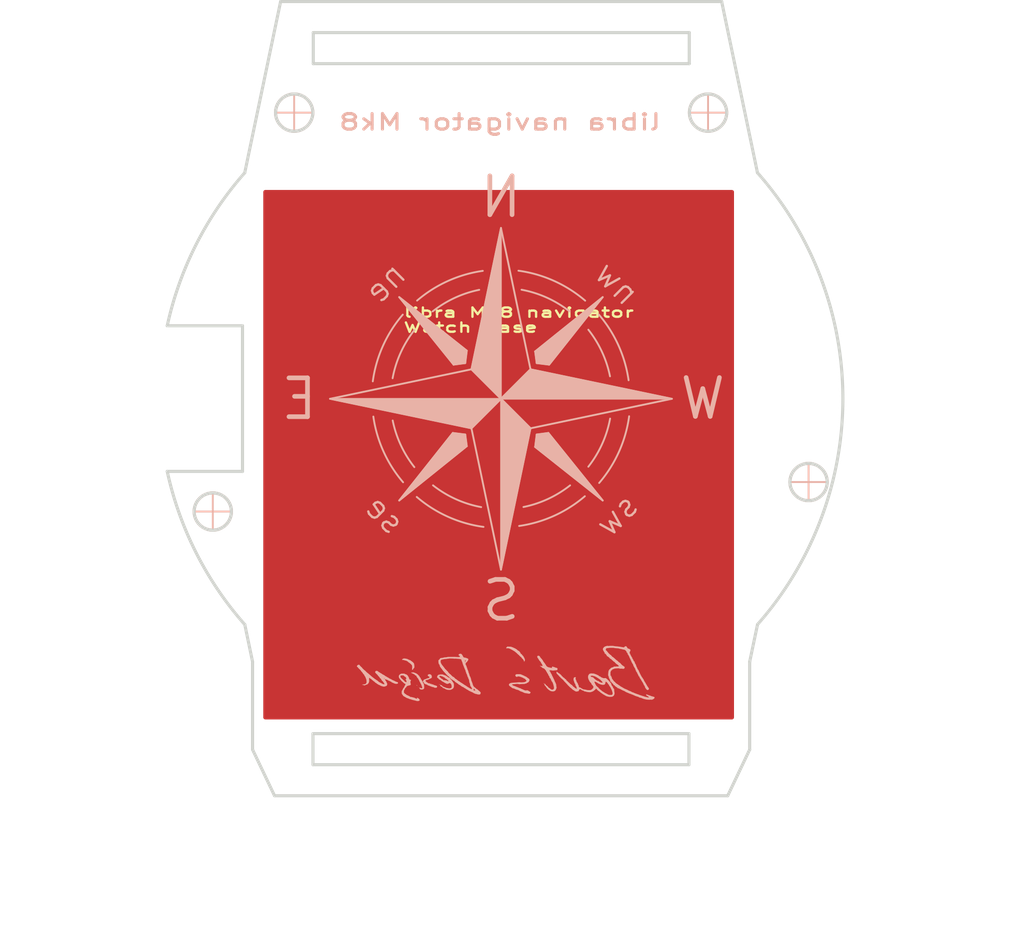
<source format=kicad_pcb>
(kicad_pcb (version 20211014) (generator pcbnew)
  (layers (0 "F.Cu" jumper) (31 "B.Cu" signal) (34 "B.Paste" user) (35 "F.Paste" user) (36 "B.SilkS" user "B.Silkscreen") (37 "F.SilkS" user "F.Silkscreen") (38 "B.Mask" user) (39 "F.Mask" user) (44 "Edge.Cuts" user))
  (net 0 "")
  (footprint "BartLib_Logo:BD_full 20x5.2" (layer "B.Cu") (at 144.39 112.34 180)
    (fp_text reference "G***" hide)
    (fp_text value "LOGO" hide)
  )
  (gr_line (start 142.261752 96.15) (end 133.161752 94.25) (layer "B.SilkS") (width 0.12))
  (gr_line (start 146.061752 96.15) (end 144.161752 105.25) (layer "B.SilkS") (width 0.12))
  (gr_line (start 146.361752 91.2) (end 150.711752 87.7) (layer "B.SilkS") (width 0.12))
  (gr_arc (start 137.861752 99.625) (mid 136.602428 97.646494) (end 135.947014 95.394648) (layer "B.SilkS") (width 0.12))
  (gr_line (start 146.361752 97.35) (end 146.461752 96.55) (layer "B.SilkS") (width 0.12))
  (gr_line (start 150.711752 100.8) (end 146.361752 97.35) (layer "B.SilkS") (width 0.12))
  (gr_arc (start 152.411752 95.375) (mid 151.756827 97.662176) (end 150.481825 99.670774) (layer "B.SilkS") (width 0.12))
  (gr_line (start 162.761752 99.61) (end 165.161752 99.61) (layer "B.SilkS") (width 0.12))
  (gr_arc (start 150.461752 88.825) (mid 151.721076 90.803506) (end 152.37649 93.055352) (layer "B.SilkS") (width 0.12))
  (gr_circle (center 125.611752 101.51) (end 124.411752 101.51) (layer "B.SilkS") (width 0.2) (fill none))
  (gr_arc (start 138.761752 87.925) (mid 140.740258 86.665676) (end 142.992104 86.010262) (layer "B.SilkS") (width 0.12))
  (gr_arc (start 143.036752 102.5) (mid 140.749576 101.845075) (end 138.740978 100.570073) (layer "B.SilkS") (width 0.12))
  (gr_arc (start 149.786752 89.8) (mid 150.660004 91.218734) (end 151.180577 92.801257) (layer "B.SilkS") (width 0.12))
  (gr_arc (start 138.586752 98.65) (mid 137.7135 97.231266) (end 137.192927 95.648743) (layer "B.SilkS") (width 0.12))
  (gr_line (start 150.711752 87.7) (end 147.261752 92.05) (layer "B.SilkS") (width 0.12))
  (gr_arc (start 135.911752 93.125) (mid 136.566677 90.837824) (end 137.841679 88.829226) (layer "B.SilkS") (width 0.12))
  (gr_circle (center 157.491752 75.82) (end 156.291752 75.82) (layer "B.SilkS") (width 0.2) (fill none))
  (gr_line (start 142.261752 96.15) (end 144.161752 94.25) (layer "B.SilkS") (width 0.12))
  (gr_line (start 157.491752 74.62) (end 157.491752 77.02) (layer "B.SilkS") (width 0.12))
  (gr_line (start 144.161752 83.25) (end 146.061752 92.35) (layer "B.SilkS") (width 0.12))
  (gr_poly (pts (xy 141.961752 97.3) (xy 141.861752 96.55) (xy 141.061752 96.45) (xy 137.611752 100.8)) (layer "B.SilkS") (width 0.1) (fill solid))
  (gr_arc (start 148.611752 99.825) (mid 147.193018 100.698252) (end 145.610495 101.218825) (layer "B.SilkS") (width 0.12))
  (gr_arc (start 145.486752 87.225) (mid 147.121024 87.738086) (end 148.585451 88.626656) (layer "B.SilkS") (width 0.12))
  (gr_line (start 163.961752 98.41) (end 163.961752 100.81) (layer "B.SilkS") (width 0.12))
  (gr_arc (start 139.761752 88.625) (mid 141.180486 87.751748) (end 142.763009 87.231175) (layer "B.SilkS") (width 0.12))
  (gr_arc (start 142.886752 101.225) (mid 141.25248 100.711914) (end 139.788053 99.823344) (layer "B.SilkS") (width 0.12))
  (gr_line (start 141.111752 92.05) (end 141.861752 91.95) (layer "B.SilkS") (width 0.12))
  (gr_line (start 137.611752 87.7) (end 141.961752 91.15) (layer "B.SilkS") (width 0.12))
  (gr_line (start 124.411752 101.51) (end 126.811752 101.51) (layer "B.SilkS") (width 0.12))
  (gr_line (start 129.651752 75.82) (end 132.051752 75.82) (layer "B.SilkS") (width 0.12))
  (gr_line (start 147.211752 96.45) (end 150.711752 100.8) (layer "B.SilkS") (width 0.12))
  (gr_line (start 141.961752 97.3) (end 137.611752 100.8) (layer "B.SilkS") (width 0.12))
  (gr_line (start 133.161752 94.25) (end 142.261752 92.35) (layer "B.SilkS") (width 0.12))
  (gr_line (start 146.061752 96.15) (end 144.161752 94.25) (layer "B.SilkS") (width 0.12))
  (gr_circle (center 130.851752 75.82) (end 129.651752 75.82) (layer "B.SilkS") (width 0.2) (fill none))
  (gr_line (start 141.961752 97.3) (end 141.861752 96.55) (layer "B.SilkS") (width 0.12))
  (gr_line (start 141.961752 91.15) (end 141.861752 91.95) (layer "B.SilkS") (width 0.12))
  (gr_line (start 141.061752 96.45) (end 141.861752 96.55) (layer "B.SilkS") (width 0.12))
  (gr_line (start 142.261752 92.35) (end 144.161752 83.25) (layer "B.SilkS") (width 0.12))
  (gr_line (start 141.111752 92.05) (end 137.611752 87.7) (layer "B.SilkS") (width 0.12))
  (gr_line (start 144.161752 105.25) (end 142.261752 96.15) (layer "B.SilkS") (width 0.12))
  (gr_arc (start 151.186752 95.525) (mid 150.673666 97.159272) (end 149.785096 98.623699) (layer "B.SilkS") (width 0.12))
  (gr_arc (start 149.561752 100.525) (mid 147.583246 101.784324) (end 145.3314 102.439738) (layer "B.SilkS") (width 0.12))
  (gr_line (start 142.261752 96.15) (end 144.161752 94.25) (layer "B.SilkS") (width 0.12))
  (gr_circle (center 163.961752 99.61) (end 162.761752 99.61) (layer "B.SilkS") (width 0.2) (fill none))
  (gr_line (start 146.061752 96.15) (end 144.161752 94.25) (layer "B.SilkS") (width 0.12))
  (gr_poly (pts (xy 147.211752 96.45) (xy 146.461752 96.55) (xy 146.361752 97.35) (xy 150.711752 100.8)) (layer "B.SilkS") (width 0.1) (fill solid))
  (gr_line (start 137.611752 100.8) (end 141.061752 96.45) (layer "B.SilkS") (width 0.12))
  (gr_line (start 146.061752 92.35) (end 144.161752 94.25) (layer "B.SilkS") (width 0.12))
  (gr_line (start 156.291752 75.82) (end 158.691752 75.82) (layer "B.SilkS") (width 0.12))
  (gr_line (start 147.211752 96.45) (end 146.461752 96.55) (layer "B.SilkS") (width 0.12))
  (gr_arc (start 137.186752 92.925) (mid 137.699838 91.290728) (end 138.588408 89.826301) (layer "B.SilkS") (width 0.12))
  (gr_poly (pts (xy 142.261752 96.15) (xy 144.161752 94.25) (xy 133.161752 94.25)) (layer "B.SilkS") (width 0.1) (fill solid))
  (gr_line (start 125.611752 100.31) (end 125.611752 102.71) (layer "B.SilkS") (width 0.12))
  (gr_poly (pts (xy 146.061752 92.35) (xy 144.161752 94.25) (xy 155.161752 94.25)) (layer "B.SilkS") (width 0.1) (fill solid))
  (gr_line (start 142.261752 92.35) (end 144.161752 94.25) (layer "B.SilkS") (width 0.12))
  (gr_poly (pts (xy 146.061752 96.15) (xy 144.161752 94.25) (xy 144.161752 105.25)) (layer "B.SilkS") (width 0.1) (fill solid))
  (gr_line (start 142.261752 92.35) (end 144.161752 94.25) (layer "B.SilkS") (width 0.12))
  (gr_line (start 146.061752 92.35) (end 144.161752 94.25) (layer "B.SilkS") (width 0.12))
  (gr_arc (start 145.286752 86) (mid 147.573928 86.654925) (end 149.582526 87.929927) (layer "B.SilkS") (width 0.12))
  (gr_poly (pts (xy 146.361752 91.2) (xy 146.461752 91.95) (xy 147.261752 92.05) (xy 150.711752 87.7)) (layer "B.SilkS") (width 0.1) (fill solid))
  (gr_line (start 155.161752 94.25) (end 146.061752 96.15) (layer "B.SilkS") (width 0.12))
  (gr_poly (pts (xy 141.111752 92.05) (xy 141.861752 91.95) (xy 141.961752 91.15) (xy 137.611752 87.7)) (layer "B.SilkS") (width 0.1) (fill solid))
  (gr_line (start 130.851752 74.62) (end 130.851752 77.02) (layer "B.SilkS") (width 0.12))
  (gr_poly (pts (xy 142.261752 92.35) (xy 144.161752 94.25) (xy 144.161752 83.25)) (layer "B.SilkS") (width 0.1) (fill solid))
  (gr_line (start 147.261752 92.05) (end 146.461752 91.95) (layer "B.SilkS") (width 0.12))
  (gr_line (start 146.061752 92.35) (end 155.161752 94.25) (layer "B.SilkS") (width 0.12))
  (gr_line (start 146.361752 91.2) (end 146.461752 91.95) (layer "B.SilkS") (width 0.12))
  (gr_line (start 156.281752 70.665628) (end 156.281752 72.665628) (layer "Edge.Cuts") (width 0.2))
  (gr_line (start 158.367652 68.6661) (end 160.671751 79.690001) (layer "Edge.Cuts") (width 0.2))
  (gr_line (start 156.261752 117.814372) (end 156.261752 115.814372) (layer "Edge.Cuts") (width 0.2))
  (gr_line (start 128.171752 116.84) (end 128.171752 111.18) (layer "Edge.Cuts") (width 0.2))
  (gr_arc (start 122.68 89.545916) (mid 124.545859 84.301641) (end 127.668486 79.693707) (layer "Edge.Cuts") (width 0.2))
  (gr_line (start 127.524958 98.925916) (end 122.68 98.925916) (layer "Edge.Cuts") (width 0.2))
  (gr_line (start 122.68 89.545916) (end 127.524958 89.545916) (layer "Edge.Cuts") (width 0.2))
  (gr_circle (center 125.611752 101.51) (end 126.811752 101.51) (layer "Edge.Cuts") (width 0.2) (fill none))
  (gr_line (start 132.081752 70.665628) (end 132.081752 72.665628) (layer "Edge.Cuts") (width 0.2))
  (gr_line (start 129.586912 119.81408) (end 158.756272 119.81408) (layer "Edge.Cuts") (width 0.2))
  (gr_circle (center 157.491752 75.82) (end 158.691752 75.82) (layer "Edge.Cuts") (width 0.2) (fill none))
  (gr_line (start 132.061752 117.814372) (end 156.261752 117.814372) (layer "Edge.Cuts") (width 0.2))
  (gr_line (start 160.171752 116.84) (end 160.171752 111.18) (layer "Edge.Cuts") (width 0.2))
  (gr_line (start 132.061752 117.814372) (end 132.061752 115.814372) (layer "Edge.Cuts") (width 0.2))
  (gr_line (start 129.978072 68.6661) (end 158.367652 68.6661) (layer "Edge.Cuts") (width 0.2))
  (gr_line (start 156.281752 70.665628) (end 132.081752 70.665628) (layer "Edge.Cuts") (width 0.2))
  (gr_line (start 128.171752 111.18) (end 127.671753 108.789999) (layer "Edge.Cuts") (width 0.2))
  (gr_circle (center 130.851752 75.82) (end 132.051752 75.82) (layer "Edge.Cuts") (width 0.2) (fill none))
  (gr_circle (center 163.961752 99.61) (end 165.161752 99.61) (layer "Edge.Cuts") (width 0.2) (fill none))
  (gr_arc (start 127.671753 108.789999) (mid 124.545603 104.17691) (end 122.68 98.925916) (layer "Edge.Cuts") (width 0.2))
  (gr_line (start 158.756272 119.81408) (end 160.171752 116.84) (layer "Edge.Cuts") (width 0.2))
  (gr_line (start 132.081752 72.665628) (end 156.281752 72.665628) (layer "Edge.Cuts") (width 0.2))
  (gr_line (start 129.978072 68.6661) (end 127.668486 79.693707) (layer "Edge.Cuts") (width 0.2))
  (gr_line (start 127.524958 89.545916) (end 127.524958 98.925916) (layer "Edge.Cuts") (width 0.2))
  (gr_line (start 160.171752 111.18) (end 160.676712 108.784371) (layer "Edge.Cuts") (width 0.2))
  (gr_arc (start 160.671751 79.690001) (mid 166.170671 94.23753) (end 160.675018 108.786293) (layer "Edge.Cuts") (width 0.2))
  (gr_line (start 129.586912 119.81408) (end 128.171752 116.84) (layer "Edge.Cuts") (width 0.2))
  (gr_line (start 156.261752 115.814372) (end 132.061752 115.814372) (layer "Edge.Cuts") (width 0.2))
  (gr_text "E" (at 131.171752 94.26) (layer "B.SilkS") (effects (font (size 2.5 2.5) (thickness 0.3)) (justify mirror)))
  (gr_text "se" (at 136.686752 101.7 -45) (layer "B.SilkS") (effects (font (size 1.5 1.5)) (justify mirror)))
  (gr_text "nw" (at 151.636752 86.8 -45) (layer "B.SilkS") (effects (font (size 1.5 1.5)) (justify mirror)))
  (gr_text "S" (at 144.171752 107.24) (layer "B.SilkS") (effects (font (size 2.5 2.5) (thickness 0.3)) (justify mirror)))
  (gr_text "libra navigator Mk8" (at 144.1 76.43) (layer "B.SilkS") (effects (font (size 1 1.4) (thickness 0.2)) (justify mirror)))
  (gr_text "sw" (at 151.611752 101.725 -315) (layer "B.SilkS") (effects (font (size 1.5 1.5)) (justify mirror)))
  (gr_text "N" (at 144.161752 81.25) (layer "B.SilkS") (effects (font (size 2.5 2.5) (thickness 0.3)) (justify mirror)))
  (gr_text "W" (at 157.151752 94.24) (layer "B.SilkS") (effects (font (size 2.5 2.5) (thickness 0.3)) (justify mirror)))
  (gr_text "ne" (at 136.711752 86.775 -315) (layer "B.SilkS") (effects (font (size 1.5 1.5)) (justify mirror)))
  (gr_text "libra Mk8 navigator\nWatch base" (at 137.8 89.18) (layer "F.SilkS") (effects (font (size 0.6 1)) (justify left)))
  (zone (net 0) (net_name "") (layer "F.Cu") (connect_pads (clearance 0.508)) (min_thickness 0.254) (fill yes (thermal_gap 0.508) (thermal_bridge_width 0.508))
    (polygon (pts (xy 128.861752 114.9) (xy 159.161752 114.9) (xy 159.161752 80.8) (xy 128.861752 80.8)))
  )
)
</source>
